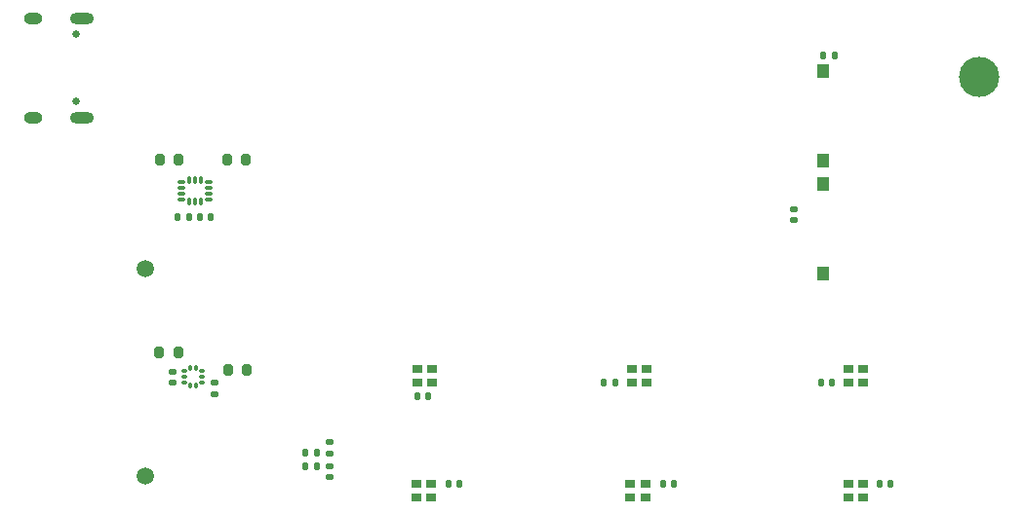
<source format=gbr>
%TF.GenerationSoftware,KiCad,Pcbnew,8.0.8-8.0.8-0~ubuntu24.04.1*%
%TF.CreationDate,2025-05-06T14:00:48+03:00*%
%TF.ProjectId,kicad_soundcard_dev_v0,6b696361-645f-4736-9f75-6e6463617264,rev?*%
%TF.SameCoordinates,Original*%
%TF.FileFunction,Soldermask,Bot*%
%TF.FilePolarity,Negative*%
%FSLAX46Y46*%
G04 Gerber Fmt 4.6, Leading zero omitted, Abs format (unit mm)*
G04 Created by KiCad (PCBNEW 8.0.8-8.0.8-0~ubuntu24.04.1) date 2025-05-06 14:00:48*
%MOMM*%
%LPD*%
G01*
G04 APERTURE LIST*
G04 Aperture macros list*
%AMRoundRect*
0 Rectangle with rounded corners*
0 $1 Rounding radius*
0 $2 $3 $4 $5 $6 $7 $8 $9 X,Y pos of 4 corners*
0 Add a 4 corners polygon primitive as box body*
4,1,4,$2,$3,$4,$5,$6,$7,$8,$9,$2,$3,0*
0 Add four circle primitives for the rounded corners*
1,1,$1+$1,$2,$3*
1,1,$1+$1,$4,$5*
1,1,$1+$1,$6,$7*
1,1,$1+$1,$8,$9*
0 Add four rect primitives between the rounded corners*
20,1,$1+$1,$2,$3,$4,$5,0*
20,1,$1+$1,$4,$5,$6,$7,0*
20,1,$1+$1,$6,$7,$8,$9,0*
20,1,$1+$1,$8,$9,$2,$3,0*%
G04 Aperture macros list end*
%ADD10RoundRect,0.200000X-0.200000X-0.275000X0.200000X-0.275000X0.200000X0.275000X-0.200000X0.275000X0*%
%ADD11RoundRect,0.200000X0.200000X0.275000X-0.200000X0.275000X-0.200000X-0.275000X0.200000X-0.275000X0*%
%ADD12C,1.500000*%
%ADD13C,0.650000*%
%ADD14O,2.100000X1.000000*%
%ADD15O,1.600000X1.000000*%
%ADD16C,3.500000*%
%ADD17RoundRect,0.140000X0.170000X-0.140000X0.170000X0.140000X-0.170000X0.140000X-0.170000X-0.140000X0*%
%ADD18RoundRect,0.050000X-0.350000X-0.300000X0.350000X-0.300000X0.350000X0.300000X-0.350000X0.300000X0*%
%ADD19RoundRect,0.140000X-0.140000X-0.170000X0.140000X-0.170000X0.140000X0.170000X-0.140000X0.170000X0*%
%ADD20RoundRect,0.135000X0.135000X0.185000X-0.135000X0.185000X-0.135000X-0.185000X0.135000X-0.185000X0*%
%ADD21RoundRect,0.050000X0.350000X0.300000X-0.350000X0.300000X-0.350000X-0.300000X0.350000X-0.300000X0*%
%ADD22RoundRect,0.140000X-0.170000X0.140000X-0.170000X-0.140000X0.170000X-0.140000X0.170000X0.140000X0*%
%ADD23RoundRect,0.140000X0.140000X0.170000X-0.140000X0.170000X-0.140000X-0.170000X0.140000X-0.170000X0*%
%ADD24R,1.000000X1.250000*%
%ADD25RoundRect,0.087500X0.087500X0.225000X-0.087500X0.225000X-0.087500X-0.225000X0.087500X-0.225000X0*%
%ADD26RoundRect,0.087500X0.225000X0.087500X-0.225000X0.087500X-0.225000X-0.087500X0.225000X-0.087500X0*%
%ADD27RoundRect,0.087500X-0.087500X0.125000X-0.087500X-0.125000X0.087500X-0.125000X0.087500X0.125000X0*%
%ADD28RoundRect,0.087500X-0.125000X0.087500X-0.125000X-0.087500X0.125000X-0.087500X0.125000X0.087500X0*%
G04 APERTURE END LIST*
D10*
%TO.C,R304*%
X157875000Y-94800000D03*
X159525000Y-94800000D03*
%TD*%
D11*
%TO.C,R303*%
X151875000Y-93300000D03*
X153525000Y-93300000D03*
%TD*%
%TO.C,R302*%
X153600000Y-76500000D03*
X151950000Y-76500000D03*
%TD*%
D10*
%TO.C,R301*%
X157775000Y-76500000D03*
X159425000Y-76500000D03*
%TD*%
D12*
%TO.C,J401*%
X150700000Y-104050000D03*
%TD*%
D13*
%TO.C,J101*%
X144640000Y-65610000D03*
X144640000Y-71390000D03*
D14*
X145170000Y-64180000D03*
D15*
X140990000Y-64180000D03*
D14*
X145170000Y-72820000D03*
D15*
X140990000Y-72820000D03*
%TD*%
D16*
%TO.C,H1*%
X223100000Y-69300000D03*
%TD*%
D12*
%TO.C,J402*%
X150650000Y-86000000D03*
%TD*%
D17*
%TO.C,C414*%
X166650000Y-104130000D03*
X166650000Y-103170000D03*
%TD*%
D18*
%TO.C,D302*%
X194100000Y-104700000D03*
X194100000Y-105900000D03*
X192800000Y-105900000D03*
X192800000Y-104700000D03*
%TD*%
D19*
%TO.C,C305*%
X190520000Y-95900000D03*
X191480000Y-95900000D03*
%TD*%
D20*
%TO.C,R409*%
X165610000Y-103150000D03*
X164590000Y-103150000D03*
%TD*%
D21*
%TO.C,D306*%
X174300000Y-95900000D03*
X174300000Y-94700000D03*
X175600000Y-94700000D03*
X175600000Y-95900000D03*
%TD*%
%TO.C,D304*%
X211700000Y-95900000D03*
X211700000Y-94700000D03*
X213000000Y-94700000D03*
X213000000Y-95900000D03*
%TD*%
D22*
%TO.C,C309*%
X156700000Y-96880000D03*
X156700000Y-95920000D03*
%TD*%
%TO.C,C413*%
X166650000Y-101070000D03*
X166650000Y-102030000D03*
%TD*%
%TO.C,C203*%
X206950000Y-80820000D03*
X206950000Y-81780000D03*
%TD*%
D19*
%TO.C,C308*%
X156380000Y-81475000D03*
X155420000Y-81475000D03*
%TD*%
D23*
%TO.C,C302*%
X196580000Y-104700000D03*
X195620000Y-104700000D03*
%TD*%
D19*
%TO.C,C304*%
X209320000Y-95900000D03*
X210280000Y-95900000D03*
%TD*%
D24*
%TO.C,SW201*%
X209550000Y-86375000D03*
X209550000Y-78625000D03*
%TD*%
D23*
%TO.C,C301*%
X177980000Y-104700000D03*
X177020000Y-104700000D03*
%TD*%
D25*
%TO.C,U301*%
X155500000Y-78275000D03*
X155000000Y-78275000D03*
X154500000Y-78275000D03*
D26*
X153837500Y-78437500D03*
X153837500Y-78937500D03*
X153837500Y-79437500D03*
X153837500Y-79937500D03*
D25*
X154500000Y-80100000D03*
X155000000Y-80100000D03*
X155500000Y-80100000D03*
D26*
X156162500Y-79937500D03*
X156162500Y-79437500D03*
X156162500Y-78937500D03*
X156162500Y-78437500D03*
%TD*%
D20*
%TO.C,R410*%
X165610000Y-102000000D03*
X164590000Y-102000000D03*
%TD*%
D24*
%TO.C,SW202*%
X209550000Y-76575000D03*
X209550000Y-68825000D03*
%TD*%
D21*
%TO.C,D305*%
X192900000Y-95900000D03*
X192900000Y-94700000D03*
X194200000Y-94700000D03*
X194200000Y-95900000D03*
%TD*%
D18*
%TO.C,D301*%
X175500000Y-104700000D03*
X175500000Y-105900000D03*
X174200000Y-105900000D03*
X174200000Y-104700000D03*
%TD*%
%TO.C,D303*%
X213000000Y-104700000D03*
X213000000Y-105900000D03*
X211700000Y-105900000D03*
X211700000Y-104700000D03*
%TD*%
D27*
%TO.C,U302*%
X154612500Y-94637500D03*
X155112500Y-94637500D03*
D28*
X155625000Y-94900000D03*
X155625000Y-95400000D03*
X155625000Y-95900000D03*
D27*
X155112500Y-96162500D03*
X154612500Y-96162500D03*
D28*
X154100000Y-95900000D03*
X154100000Y-95400000D03*
X154100000Y-94900000D03*
%TD*%
D23*
%TO.C,C303*%
X215380000Y-104700000D03*
X214420000Y-104700000D03*
%TD*%
%TO.C,C306*%
X175280000Y-97100000D03*
X174320000Y-97100000D03*
%TD*%
D19*
%TO.C,C204*%
X209570000Y-67450000D03*
X210530000Y-67450000D03*
%TD*%
D17*
%TO.C,C310*%
X153100000Y-95880000D03*
X153100000Y-94920000D03*
%TD*%
D19*
%TO.C,C307*%
X154480000Y-81475000D03*
X153520000Y-81475000D03*
%TD*%
M02*

</source>
